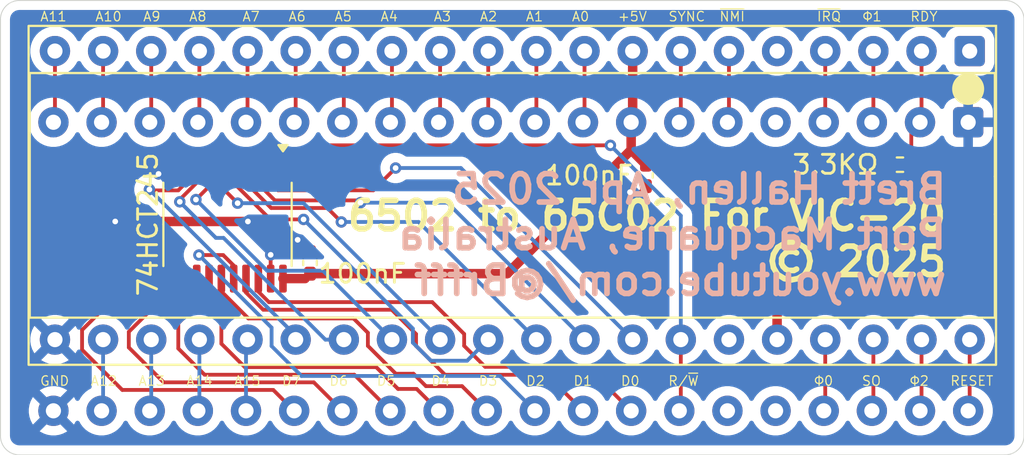
<source format=kicad_pcb>
(kicad_pcb (version 20241229) (generator "pcbnew") (generator_version "9.0")
  (title_block (title "6502-to-65C02S For VIC-20") (date "26-Apr-2025") (rev "A") (company "Brett Hallen") (comment 1 "www.youtube.com/@Brfff"))
  (layers (0 "F.Cu" signal) (2 "B.Cu" signal) (13 "F.Paste" user) (15 "B.Paste" user) (5 "F.SilkS" user "F.Silkscreen") (7 "B.SilkS" user "B.Silkscreen") (1 "F.Mask" user) (3 "B.Mask" user) (25 "Edge.Cuts" user))
  (net 0 "")
  (net 1 "+5V")
  (net 2 "GND")
  (net 3 "RDY")
  (net 4 "/A1")
  (net 5 "RESET")
  (net 6 "/A0")
  (net 7 "/A5")
  (net 8 "/A10")
  (net 9 "SYNC")
  (net 11 "~{NMI}")
  (net 12 "/PHI2")
  (net 13 "/A7")
  (net 14 "/A15")
  (net 15 "/A6")
  (net 16 "/A4")
  (net 17 "/D3")
  (net 18 "/D2")
  (net 19 "/A14")
  (net 20 "/D6")
  (net 21 "/A3")
  (net 22 "/D1")
  (net 23 "R{slash}W")
  (net 24 "/A2")
  (net 25 "/D5")
  (net 27 "/A9")
  (net 28 "/D7")
  (net 29 "/D4")
  (net 30 "SO")
  (net 31 "/D0")
  (net 32 "/A13")
  (net 33 "/A8")
  (net 34 "/A12")
  (net 35 "/PHI1")
  (net 36 "~{IRQ}")
  (net 37 "/PHI0")
  (net 38 "/A11")
  (net 41 "Net-(UE101-D0)")
  (net 42 "Net-(UE101-D7)")
  (net 43 "Net-(UE101-D6)")
  (net 44 "Net-(UE101-D5)")
  (net 45 "Net-(UE101-D2)")
  (net 47 "Net-(UE101-D4)")
  (net 48 "Net-(UE101-D3)")
  (net 49 "Net-(UE101-D1)")
  (footprint "Capacitor_SMD:C_0402_1005Metric_Pad0.74x0.62mm_HandSolder" (layer "F.Cu") (at 146 71.5675 -90)
    (property "Reference" "C1" (hide yes))
    (property "Value" "100nF" (at 0 3 180) (layer "F.SilkS"))
    (fp_line (start -0.115835 0.36) (end 0.115835 0.36) (stroke (width 0.12)) (layer "F.SilkS"))
    (fp_line (start -0.115835 -0.36) (end 0.115835 -0.36) (stroke (width 0.12)) (layer "F.SilkS"))
    (pad "1" smd roundrect (at -0.5675 0 270) (size 0.735 0.62) (layers "F.Cu" "F.Mask" "F.Paste") (net 1 "+5V"))
    (pad "2" smd roundrect (at 0.5675 0 270) (size 0.735 0.62) (layers "F.Cu" "F.Mask" "F.Paste") (net 2 "GND"))
  )
  (footprint "Capacitor_SMD:C_0402_1005Metric_Pad0.74x0.62mm_HandSolder" (layer "F.Cu") (at 128.2766 76.1887 90)
    (property "Reference" "C2" (hide yes))
    (property "Value" "100nF" (at -0.5675 2.762003 180) (layer "F.SilkS"))
    (fp_line (start -0.115835 -0.36) (end 0.115835 -0.36) (stroke (width 0.12)) (layer "F.SilkS"))
    (fp_line (start -0.115835 0.36) (end 0.115835 0.36) (stroke (width 0.12)) (layer "F.SilkS"))
    (pad "1" smd roundrect (at -0.5675 0 90) (size 0.735 0.62) (layers "F.Cu" "F.Mask" "F.Paste") (net 1 "+5V"))
    (pad "2" smd roundrect (at 0.5675 0 90) (size 0.735 0.62) (layers "F.Cu" "F.Mask" "F.Paste") (net 2 "GND"))
  )
  (footprint "Package_SO:TSSOP-20_4.4x6.5mm_P0.65mm" (layer "F.Cu") (at 123.925 74.155 -90)
    (property "Reference" "UE102" (hide yes))
    (property "Value" "74HCT245" (at 0 4.2 90) (layer "F.SilkS"))
    (fp_line (start 0 3.385) (end -2.2 3.385) (stroke (width 0.12)) (layer "F.SilkS"))
    (fp_line (start 0 3.385) (end 2.2 3.385) (stroke (width 0.12)) (layer "F.SilkS"))
    (fp_line (start 0 -3.385) (end -2.2 -3.385) (stroke (width 0.12)) (layer "F.SilkS"))
    (fp_line (start 0 -3.385) (end 2.2 -3.385) (stroke (width 0.12)) (layer "F.SilkS"))
    (fp_poly (pts (xy -3.86 -2.925) (xy -4.19 -3.165) (xy -4.19 -2.685) (xy -3.86 -2.925)) (stroke (width 0.12)) (fill yes) (layer "F.SilkS"))
    (pad "1" smd roundrect (at -2.8625 -2.925 270) (size 1.475 0.4) (layers "F.Cu" "F.Mask" "F.Paste") (net 23 "R{slash}W"))
    (pad "2" smd roundrect (at -2.8625 -2.275 270) (size 1.475 0.4) (layers "F.Cu" "F.Mask" "F.Paste") (net 41 "Net-(UE101-D0)"))
    (pad "3" smd roundrect (at -2.8625 -1.625 270) (size 1.475 0.4) (layers "F.Cu" "F.Mask" "F.Paste") (net 49 "Net-(UE101-D1)"))
    (pad "4" smd roundrect (at -2.8625 -0.975 270) (size 1.475 0.4) (layers "F.Cu" "F.Mask" "F.Paste") (net 45 "Net-(UE101-D2)"))
    (pad "5" smd roundrect (at -2.8625 -0.325 270) (size 1.475 0.4) (layers "F.Cu" "F.Mask" "F.Paste") (net 48 "Net-(UE101-D3)"))
    (pad "6" smd roundrect (at -2.8625 0.325 270) (size 1.475 0.4) (layers "F.Cu" "F.Mask" "F.Paste") (net 47 "Net-(UE101-D4)"))
    (pad "7" smd roundrect (at -2.8625 0.975 270) (size 1.475 0.4) (layers "F.Cu" "F.Mask" "F.Paste") (net 44 "Net-(UE101-D5)"))
    (pad "8" smd roundrect (at -2.8625 1.625 270) (size 1.475 0.4) (layers "F.Cu" "F.Mask" "F.Paste") (net 43 "Net-(UE101-D6)"))
    (pad "9" smd roundrect (at -2.8625 2.275 270) (size 1.475 0.4) (layers "F.Cu" "F.Mask" "F.Paste") (net 42 "Net-(UE101-D7)"))
    (pad "10" smd roundrect (at -2.8625 2.925 270) (size 1.475 0.4) (layers "F.Cu" "F.Mask" "F.Paste") (net 2 "GND"))
    (pad "11" smd roundrect (at 2.8625 2.925 270) (size 1.475 0.4) (layers "F.Cu" "F.Mask" "F.Paste") (net 28 "/D7"))
    (pad "12" smd roundrect (at 2.8625 2.275 270) (size 1.475 0.4) (layers "F.Cu" "F.Mask" "F.Paste") (net 20 "/D6"))
    (pad "13" smd roundrect (at 2.8625 1.625 270) (size 1.475 0.4) (layers "F.Cu" "F.Mask" "F.Paste") (net 25 "/D5"))
    (pad "14" smd roundrect (at 2.8625 0.975 270) (size 1.475 0.4) (layers "F.Cu" "F.Mask" "F.Paste") (net 29 "/D4"))
    (pad "15" smd roundrect (at 2.8625 0.325 270) (size 1.475 0.4) (layers "F.Cu" "F.Mask" "F.Paste") (net 17 "/D3"))
    (pad "16" smd roundrect (at 2.8625 -0.325 270) (size 1.475 0.4) (layers "F.Cu" "F.Mask" "F.Paste") (net 18 "/D2"))
    (pad "17" smd roundrect (at 2.8625 -0.975 270) (size 1.475 0.4) (layers "F.Cu" "F.Mask" "F.Paste") (net 22 "/D1"))
    (pad "18" smd roundrect (at 2.8625 -1.625 270) (size 1.475 0.4) (layers "F.Cu" "F.Mask" "F.Paste") (net 31 "/D0"))
    (pad "19" smd roundrect (at 2.8625 -2.275 270) (size 1.475 0.4) (layers "F.Cu" "F.Mask" "F.Paste") (net 2 "GND"))
    (pad "20" smd roundrect (at 2.8625 -2.925 270) (size 1.475 0.4) (layers "F.Cu" "F.Mask" "F.Paste") (net 1 "+5V"))
  )
  (footprint "Resistor_SMD:R_0402_1005Metric_Pad0.72x0.64mm_HandSolder" (layer "F.Cu") (at 159.4025 71 180)
    (property "Reference" "R1" (hide yes))
    (property "Value" "3.3KΩ" (at 3.4025 0 0) (layer "F.SilkS"))
    (fp_line (start -0.167621 0.38) (end 0.167621 0.38) (stroke (width 0.12)) (layer "F.SilkS"))
    (fp_line (start -0.167621 -0.38) (end 0.167621 -0.38) (stroke (width 0.12)) (layer "F.SilkS"))
    (pad "1" smd roundrect (at -0.5975 0 180) (size 0.715 0.64) (layers "F.Cu" "F.Mask" "F.Paste") (net 3 "RDY"))
    (pad "2" smd roundrect (at 0.5975 0 180) (size 0.715 0.64) (layers "F.Cu" "F.Mask" "F.Paste") (net 1 "+5V"))
  )
  (footprint "Package_DIP:DIP-40_W15.24mm" (layer "F.Cu") (at 163 68.76 -90)
    (property "Reference" "UE10" (hide yes))
    (property "Value" "6502 (SOCKET)" (hide yes))
    (pad "1" thru_hole roundrect (at 0 0 270) (size 1.6 1.6) (drill 0.8) (layers "*.Cu" "*.Mask") (roundrect_rratio 0.15625) (net 2 "GND"))
    (pad "2" thru_hole circle (at 0 2.54 270) (size 1.6 1.6) (drill 0.8) (layers "*.Cu" "*.Mask") (net 3 "RDY"))
    (pad "3" thru_hole circle (at 0 5.08 270) (size 1.6 1.6) (drill 0.8) (layers "*.Cu" "*.Mask") (net 35 "/PHI1"))
    (pad "4" thru_hole circle (at 0 7.62 270) (size 1.6 1.6) (drill 0.8) (layers "*.Cu" "*.Mask") (net 36 "~{IRQ}"))
    (pad "5" thru_hole circle (at 0 10.16 270) (size 1.6 1.6) (drill 0.8) (layers "*.Cu" "*.Mask"))
    (pad "6" thru_hole circle (at 0 12.7 270) (size 1.6 1.6) (drill 0.8) (layers "*.Cu" "*.Mask") (net 11 "~{NMI}"))
    (pad "7" thru_hole circle (at 0 15.24 270) (size 1.6 1.6) (drill 0.8) (layers "*.Cu" "*.Mask") (net 9 "SYNC"))
    (pad "8" thru_hole circle (at 0 17.78 270) (size 1.6 1.6) (drill 0.8) (layers "*.Cu" "*.Mask") (net 1 "+5V"))
    (pad "9" thru_hole circle (at 0 20.32 270) (size 1.6 1.6) (drill 0.8) (layers "*.Cu" "*.Mask") (net 6 "/A0"))
    (pad "10" thru_hole circle (at 0 22.86 270) (size 1.6 1.6) (drill 0.8) (layers "*.Cu" "*.Mask") (net 4 "/A1"))
    (pad "11" thru_hole circle (at 0 25.4 270) (size 1.6 1.6) (drill 0.8) (layers "*.Cu" "*.Mask") (net 24 "/A2"))
    (pad "12" thru_hole circle (at 0 27.94 270) (size 1.6 1.6) (drill 0.8) (layers "*.Cu" "*.Mask") (net 21 "/A3"))
    (pad "13" thru_hole circle (at 0 30.48 270) (size 1.6 1.6) (drill 0.8) (layers "*.Cu" "*.Mask") (net 16 "/A4"))
    (pad "14" thru_hole circle (at 0 33.02 270) (size 1.6 1.6) (drill 0.8) (layers "*.Cu" "*.Mask") (net 7 "/A5"))
    (pad "15" thru_hole circle (at 0 35.56 270) (size 1.6 1.6) (drill 0.8) (layers "*.Cu" "*.Mask") (net 15 "/A6"))
    (pad "16" thru_hole circle (at 0 38.1 270) (size 1.6 1.6) (drill 0.8) (layers "*.Cu" "*.Mask") (net 13 "/A7"))
    (pad "17" thru_hole circle (at 0 40.64 270) (size 1.6 1.6) (drill 0.8) (layers "*.Cu" "*.Mask") (net 33 "/A8"))
    (pad "18" thru_hole circle (at 0 43.18 270) (size 1.6 1.6) (drill 0.8) (layers "*.Cu" "*.Mask") (net 27 "/A9"))
    (pad "19" thru_hole circle (at 0 45.72 270) (size 1.6 1.6) (drill 0.8) (layers "*.Cu" "*.Mask") (net 8 "/A10"))
    (pad "20" thru_hole circle (at 0 48.26 270) (size 1.6 1.6) (drill 0.8) (layers "*.Cu" "*.Mask") (net 38 "/A11"))
    (pad "21" thru_hole circle (at 15.24 48.26 270) (size 1.6 1.6) (drill 0.8) (layers "*.Cu" "*.Mask") (net 2 "GND"))
    (pad "22" thru_hole circle (at 15.24 45.72 270) (size 1.6 1.6) (drill 0.8) (layers "*.Cu" "*.Mask") (net 34 "/A12"))
    (pad "23" thru_hole circle (at 15.24 43.18 270) (size 1.6 1.6) (drill 0.8) (layers "*.Cu" "*.Mask") (net 32 "/A13"))
    (pad "24" thru_hole circle (at 15.24 40.64 270) (size 1.6 1.6) (drill 0.8) (layers "*.Cu" "*.Mask") (net 19 "/A14"))
    (pad "25" thru_hole circle (at 15.24 38.1 270) (size 1.6 1.6) (drill 0.8) (layers "*.Cu" "*.Mask") (net 14 "/A15"))
    (pad "26" thru_hole circle (at 15.24 35.56 270) (size 1.6 1.6) (drill 0.8) (layers "*.Cu" "*.Mask") (net 28 "/D7"))
    (pad "27" thru_hole circle (at 15.24 33.02 270) (size 1.6 1.6) (drill 0.8) (layers "*.Cu" "*.Mask") (net 20 "/D6"))
    (pad "28" thru_hole circle (at 15.24 30.48 270) (size 1.6 1.6) (drill 0.8) (layers "*.Cu" "*.Mask") (net 25 "/D5"))
    (pad "29" thru_hole circle (at 15.24 27.94 270) (size 1.6 1.6) (drill 0.8) (layers "*.Cu" "*.Mask") (net 29 "/D4"))
    (pad "30" thru_hole circle (at 15.24 25.4 270) (size 1.6 1.6) (drill 0.8) (layers "*.Cu" "*.Mask") (net 17 "/D3"))
    (pad "31" thru_hole circle (at 15.24 22.86 270) (size 1.6 1.6) (drill 0.8) (layers "*.Cu" "*.Mask") (net 18 "/D2"))
    (pad "32" thru_hole circle (at 15.24 20.32 270) (size 1.6 1.6) (drill 0.8) (layers "*.Cu" "*.Mask") (net 22 "/D1"))
    (pad "33" thru_hole circle (at 15.24 17.78 270) (size 1.6 1.6) (drill 0.8) (layers "*.Cu" "*.Mask") (net 31 "/D0"))
    (pad "34" thru_hole circle (at 15.24 15.24 270) (size 1.6 1.6) (drill 0.8) (layers "*.Cu" "*.Mask") (net 23 "R{slash}W"))
    (pad "35" thru_hole circle (at 15.24 12.7 270) (size 1.6 1.6) (drill 0.8) (layers "*.Cu" "*.Mask"))
    (pad "36" thru_hole circle (at 15.24 10.16 270) (size 1.6 1.6) (drill 0.8) (layers "*.Cu" "*.Mask"))
    (pad "37" thru_hole circle (at 15.24 7.62 270) (size 1.6 1.6) (drill 0.8) (layers "*.Cu" "*.Mask") (net 37 "/PHI0"))
    (pad "38" thru_hole circle (at 15.24 5.08 270) (size 1.6 1.6) (drill 0.8) (layers "*.Cu" "*.Mask") (net 30 "SO"))
    (pad "39" thru_hole circle (at 15.24 2.54 270) (size 1.6 1.6) (drill 0.8) (layers "*.Cu" "*.Mask") (net 12 "/PHI2"))
    (pad "40" thru_hole circle (at 15.24 0 270) (size 1.6 1.6) (drill 0.8) (layers "*.Cu" "*.Mask") (net 5 "RESET"))
  )
  (footprint "Package_DIP:DIP-40_W15.24mm_Socket" (layer "F.Cu") (at 163.08 65 -90)
    (property "Reference" "UE101" (hide yes))
    (property "Value" "65C02S" (hide yes))
    (fp_line (start 1.16 49.59) (end 14.08 49.59) (stroke (width 0.12)) (layer "F.SilkS"))
    (fp_line (start 14.08 49.59) (end 14.08 -1.33) (stroke (width 0.12)) (layer "F.SilkS"))
    (fp_line (start 1.16 -1.33) (end 1.16 49.59) (stroke (width 0.12)) (layer "F.SilkS"))
    (fp_line (start 6.62 -1.33) (end 1.16 -1.33) (stroke (width 0.12)) (layer "F.SilkS"))
    (fp_line (start 8.62 -1.33) (end 6.62 -1.33) (stroke (width 0.12)) (layer "F.SilkS"))
    (fp_line (start 14.08 -1.33) (end 8.62 -1.33) (stroke (width 0.12)) (layer "F.SilkS"))
    (fp_rect (start -1.33 -1.39) (end 16.57 49.65) (stroke (width 0.12)) (fill no) (layer "F.SilkS"))
    (pad "1" thru_hole roundrect (at 0 0 270) (size 1.6 1.6) (drill 0.8) (layers "*.Cu" "*.Mask") (roundrect_rratio 0.15625))
    (pad "2" thru_hole circle (at 0 2.54 270) (size 1.6 1.6) (drill 0.8) (layers "*.Cu" "*.Mask") (net 3 "RDY"))
    (pad "3" thru_hole circle (at 0 5.08 270) (size 1.6 1.6) (drill 0.8) (layers "*.Cu" "*.Mask") (net 35 "/PHI1"))
    (pad "4" thru_hole circle (at 0 7.62 270) (size 1.6 1.6) (drill 0.8) (layers "*.Cu" "*.Mask") (net 36 "~{IRQ}"))
    (pad "5" thru_hole circle (at 0 10.16 270) (size 1.6 1.6) (drill 0.8) (layers "*.Cu" "*.Mask"))
    (pad "6" thru_hole circle (at 0 12.7 270) (size 1.6 1.6) (drill 0.8) (layers "*.Cu" "*.Mask") (net 11 "~{NMI}"))
    (pad "7" thru_hole circle (at 0 15.24 270) (size 1.6 1.6) (drill 0.8) (layers "*.Cu" "*.Mask") (net 9 "SYNC"))
    (pad "8" thru_hole circle (at 0 17.78 270) (size 1.6 1.6) (drill 0.8) (layers "*.Cu" "*.Mask") (net 1 "+5V"))
    (pad "9" thru_hole circle (at 0 20.32 270) (size 1.6 1.6) (drill 0.8) (layers "*.Cu" "*.Mask") (net 6 "/A0"))
    (pad "10" thru_hole circle (at 0 22.86 270) (size 1.6 1.6) (drill 0.8) (layers "*.Cu" "*.Mask") (net 4 "/A1"))
    (pad "11" thru_hole circle (at 0 25.4 270) (size 1.6 1.6) (drill 0.8) (layers "*.Cu" "*.Mask") (net 24 "/A2"))
    (pad "12" thru_hole circle (at 0 27.94 270) (size 1.6 1.6) (drill 0.8) (layers "*.Cu" "*.Mask") (net 21 "/A3"))
    (pad "13" thru_hole circle (at 0 30.48 270) (size 1.6 1.6) (drill 0.8) (layers "*.Cu" "*.Mask") (net 16 "/A4"))
    (pad "14" thru_hole circle (at 0 33.02 270) (size 1.6 1.6) (drill 0.8) (layers "*.Cu" "*.Mask") (net 7 "/A5"))
    (pad "15" thru_hole circle (at 0 35.56 270) (size 1.6 1.6) (drill 0.8) (layers "*.Cu" "*.Mask") (net 15 "/A6"))
    (pad "16" thru_hole circle (at 0 38.1 270) (size 1.6 1.6) (drill 0.8) (layers "*.Cu" "*.Mask") (net 13 "/A7"))
    (pad "17" thru_hole circle (at 0 40.64 270) (size 1.6 1.6) (drill 0.8) (layers "*.Cu" "*.Mask") (net 33 "/A8"))
    (pad "18" thru_hole circle (at 0 43.18 270) (size 1.6 1.6) (drill 0.8) (layers "*.Cu" "*.Mask") (net 27 "/A9"))
    (pad "19" thru_hole circle (at 0 45.72 270) (size 1.6 1.6) (drill 0.8) (layers "*.Cu" "*.Mask") (net 8 "/A10"))
    (pad "20" thru_hole circle (at 0 48.26 270) (size 1.6 1.6) (drill 0.8) (layers "*.Cu" "*.Mask") (net 38 "/A11"))
    (pad "21" thru_hole circle (at 15.24 48.26 270) (size 1.6 1.6) (drill 0.8) (layers "*.Cu" "*.Mask") (net 2 "GND"))
    (pad "22" thru_hole circle (at 15.24 45.72 270) (size 1.6 1.6) (drill 0.8) (layers "*.Cu" "*.Mask") (net 34 "/A12"))
    (pad "23" thru_hole circle (at 15.24 43.18 270) (size 1.6 1.6) (drill 0.8) (layers "*.Cu" "*.Mask") (net 32 "/A13"))
    (pad "24" thru_hole circle (at 15.24 40.64 270) (size 1.6 1.6) (drill 0.8) (layers "*.Cu" "*.Mask") (net 19 "/A14"))
    (pad "25" thru_hole circle (at 15.24 38.1 270) (size 1.6 1.6) (drill 0.8) (layers "*.Cu" "*.Mask") (net 14 "/A15"))
    (pad "26" thru_hole circle (at 15.24 35.56 270) (size 1.6 1.6) (drill 0.8) (layers "*.Cu" "*.Mask") (net 42 "Net-(UE101-D7)"))
    (pad "27" thru_hole circle (at 15.24 33.02 270) (size 1.6 1.6) (drill 0.8) (layers "*.Cu" "*.Mask") (net 43 "Net-(UE101-D6)"))
    (pad "28" thru_hole circle (at 15.24 30.48 270) (size 1.6 1.6) (drill 0.8) (layers "*.Cu" "*.Mask") (net 44 "Net-(UE101-D5)"))
    (pad "29" thru_hole circle (at 15.24 27.94 270) (size 1.6 1.6) (drill 0.8) (layers "*.Cu" "*.Mask") (net 47 "Net-(UE101-D4)"))
    (pad "30" thru_hole circle (at 15.24 25.4 270) (size 1.6 1.6) (drill 0.8) (layers "*.Cu" "*.Mask") (net 48 "Net-(UE101-D3)"))
    (pad "31" thru_hole circle (at 15.24 22.86 270) (size 1.6 1.6) (drill 0.8) (layers "*.Cu" "*.Mask") (net 45 "Net-(UE101-D2)"))
    (pad "32" thru_hole circle (at 15.24 20.32 270) (size 1.6 1.6) (drill 0.8) (layers "*.Cu" "*.Mask") (net 49 "Net-(UE101-D1)"))
    (pad "33" thru_hole circle (at 15.24 17.78 270) (size 1.6 1.6) (drill 0.8) (layers "*.Cu" "*.Mask") (net 41 "Net-(UE101-D0)"))
    (pad "34" thru_hole circle (at 15.24 15.24 270) (size 1.6 1.6) (drill 0.8) (layers "*.Cu" "*.Mask") (net 23 "R{slash}W"))
    (pad "35" thru_hole circle (at 15.24 12.7 270) (size 1.6 1.6) (drill 0.8) (layers "*.Cu" "*.Mask"))
    (pad "36" thru_hole circle (at 15.24 10.16 270) (size 1.6 1.6) (drill 0.8) (layers "*.Cu" "*.Mask") (net 1 "+5V"))
    (pad "37" thru_hole circle (at 15.24 7.62 270) (size 1.6 1.6) (drill 0.8) (layers "*.Cu" "*.Mask") (net 37 "/PHI0"))
    (pad "38" thru_hole circle (at 15.24 5.08 270) (size 1.6 1.6) (drill 0.8) (layers "*.Cu" "*.Mask") (net 30 "SO"))
    (pad "39" thru_hole circle (at 15.24 2.54 270) (size 1.6 1.6) (drill 0.8) (layers "*.Cu" "*.Mask") (net 12 "/PHI2"))
    (pad "40" thru_hole circle (at 15.24 0 270) (size 1.6 1.6) (drill 0.8) (layers "*.Cu" "*.Mask") (net 5 "RESET"))
  )
  (gr_circle (center 163 67) (end 163.701108 67.252254) (stroke (width 0.2)) (fill yes) (layer "F.SilkS"))
  (gr_arc (start 112.945654 86.327302) (mid 112.238547 86.034409) (end 111.945654 85.327302) (stroke (width 0.05)) (layer "Edge.Cuts"))
  (gr_line (start 165.945654 63.327302) (end 165.945654 85.327302) (stroke (width 0.05)) (layer "Edge.Cuts"))
  (gr_line (start 111.945654 85.327302) (end 111.945654 63.327302) (stroke (width 0.05)) (layer "Edge.Cuts"))
  (gr_arc (start 164.945654 62.327302) (mid 165.652761 62.620195) (end 165.945654 63.327302) (stroke (width 0.05)) (layer "Edge.Cuts"))
  (gr_arc (start 165.945654 85.327302) (mid 165.652761 86.034409) (end 164.945654 86.327302) (stroke (width 0.05)) (layer "Edge.Cuts"))
  (gr_line (start 112.945654 62.327302) (end 164.945654 62.327302) (stroke (width 0.05)) (layer "Edge.Cuts"))
  (gr_line (start 164.945654 86.327302) (end 112.945654 86.327302) (stroke (width 0.05)) (layer "Edge.Cuts"))
  (gr_arc (start 111.945654 63.327302) (mid 112.238547 62.620195) (end 112.945654 62.327302) (stroke (width 0.05)) (layer "Edge.Cuts"))
  (gr_text "GND   A12   A13   A14   A15   D7    D6    D5     D4    D3    D2    D1    D0    R/~{W}                Φ0    SO    Φ2   RESET" (at 114 82.714561 0) (layer "F.SilkS") (effects (font (size 0.5 0.5) (thickness 0.0625)) (justify left bottom)))
  (gr_text "6502 to 65C02 For VIC-20\n© 2025" (at 162 77 0) (layer "F.SilkS") (effects (font (size 1.5 1.5) (thickness 0.3) (bold yes)) (justify right bottom)))
  (gr_text "A11    A10   A9    A8     A7    A6    A5    A4     A3    A2    A1    A0    +5V   SYNC  ~{NMI}          ~{IRQ}   Φ1    RDY" (at 114.009491 63.47 0) (layer "F.SilkS") (effects (font (size 0.5 0.5) (thickness 0.0625)) (justify left bottom)))
  (gr_text "Brett Hallen, Apr 2025\nPort Macquarie, Australia\nwww.youtube.com/@Brfff" (at 162 78 0) (layer "B.SilkS") (effects (font (size 1.5 1.5) (thickness 0.3) (bold yes)) (justify left bottom mirror)))
  (segment (start 151 71) (end 158.805 71) (width 0.5) (layer "F.Cu") (net 1))
  (segment (start 126.85 77.0175) (end 128.0153 77.0175) (width 0.5) (layer "F.Cu") (net 1))
  (segment (start 152.92 72.92) (end 151 71) (width 0.5) (layer "F.Cu") (net 1))
  (segment (start 145.3 65) (end 145.3 68.68) (width 0.5) (layer "F.Cu") (net 1))
  (segment (start 145.22 70.22) (end 146 71) (width 0.5) (layer "F.Cu") (net 1))
  (segment (start 145.3 68.68) (end 145.22 68.76) (width 0.2) (layer "F.Cu") (net 1))
  (segment (start 128.0153 77.0175) (end 128.2766 76.7562) (width 0.2) (layer "F.Cu") (net 1))
  (segment (start 152.92 80.24) (end 152.92 72.92) (width 0.5) (layer "F.Cu") (net 1))
  (segment (start 145.22 68.76) (end 145.22 70.22) (width 0.5) (layer "F.Cu") (net 1))
  (segment (start 128.2766 76.7562) (end 138.6838 76.7562) (width 0.5) (layer "F.Cu") (net 1))
  (segment (start 146 71) (end 151 71) (width 0.5) (layer "F.Cu") (net 1))
  (segment (start 138.6838 76.7562) (end 145.22 70.22) (width 0.5) (layer "F.Cu") (net 1))
  (segment (start 128.2766 75.6212) (end 127.6245 74.9691) (width 0.2) (layer "F.Cu") (net 2))
  (segment (start 145.6823 72.4527) (end 146 72.135) (width 0.2) (layer "F.Cu") (net 2))
  (segment (start 145.1583 72.4527) (end 145.6823 72.4527) (width 0.2) (layer "F.Cu") (net 2))
  (segment (start 126.2 77.0175) (end 126.2 75.7616) (width 0.2) (layer "F.Cu") (net 2))
  (segment (start 125 74) (end 118 74) (width 0.5) (layer "F.Cu") (net 2))
  (segment (start 120.8037 71.4888) (end 121 71.2925) (width 0.2) (layer "F.Cu") (net 2))
  (segment (start 120.2848 71.4888) (end 120.8037 71.4888) (width 0.2) (layer "F.Cu") (net 2))
  (via (at 118 74) (size 0.6) (drill 0.3) (layers "F.Cu" "B.Cu") (net 2))
  (via (at 127.6245 74.9691) (size 0.6) (drill 0.3) (layers "F.Cu" "B.Cu") (net 2))
  (via (at 126.2 75.7616) (size 0.6) (drill 0.3) (layers "F.Cu" "B.Cu") (net 2))
  (via (at 125 74) (size 0.6) (drill 0.3) (layers "F.Cu" "B.Cu") (net 2))
  (via (at 120.2848 71.4888) (size 0.6) (drill 0.3) (layers "F.Cu" "B.Cu") (net 2))
  (via (at 145.1583 72.4527) (size 0.6) (drill 0.3) (layers "F.Cu" "B.Cu") (net 2))
  (segment (start 160 69.22) (end 160.46 68.76) (width 0.2) (layer "F.Cu") (net 3))
  (segment (start 160 71) (end 160 69.22) (width 0.2) (layer "F.Cu") (net 3))
  (segment (start 160.54 68.68) (end 160.54 65) (width 0.2) (layer "F.Cu") (net 3))
  (segment (start 160.46 68.76) (end 160.54 68.68) (width 0.2) (layer "B.Cu") (net 3))
  (segment (start 140.22 68.68) (end 140.22 65) (width 0.2) (layer "F.Cu") (net 4))
  (segment (start 140.14 68.76) (end 140.22 68.68) (width 0.2) (layer "B.Cu") (net 4))
  (segment (start 163.08 83.92) (end 163.08 80.24) (width 0.2) (layer "F.Cu") (net 5))
  (segment (start 163 84) (end 163.08 83.92) (width 0.2) (layer "B.Cu") (net 5))
  (segment (start 142.76 68.68) (end 142.76 65) (width 0.2) (layer "F.Cu") (net 6))
  (segment (start 142.68 68.76) (end 142.76 68.68) (width 0.2) (layer "B.Cu") (net 6))
  (segment (start 130.06 68.68) (end 130.06 65) (width 0.2) (layer "F.Cu") (net 7))
  (segment (start 129.98 68.76) (end 130.06 68.68) (width 0.2) (layer "B.Cu") (net 7))
  (segment (start 117.36 68.68) (end 117.36 65) (width 0.2) (layer "F.Cu") (net 8))
  (segment (start 117.28 68.76) (end 117.36 68.68) (width 0.2) (layer "B.Cu") (net 8))
  (segment (start 147.84 68.68) (end 147.84 65) (width 0.2) (layer "F.Cu") (net 9))
  (segment (start 147.76 68.76) (end 147.84 68.68) (width 0.2) (layer "B.Cu") (net 9))
  (segment (start 150.38 68.68) (end 150.38 65) (width 0.2) (layer "F.Cu") (net 11))
  (segment (start 150.3 68.76) (end 150.38 68.68) (width 0.2) (layer "B.Cu") (net 11))
  (segment (start 160.54 83.92) (end 160.54 80.24) (width 0.2) (layer "F.Cu") (net 12))
  (segment (start 160.46 84) (end 160.54 83.92) (width 0.2) (layer "B.Cu") (net 12))
  (segment (start 124.98 68.68) (end 124.98 65) (width 0.2) (layer "F.Cu") (net 13))
  (segment (start 124.9 68.76) (end 124.98 68.68) (width 0.2) (layer "B.Cu") (net 13))
  (segment (start 124.9 80.32) (end 124.98 80.24) (width 0.2) (layer "B.Cu") (net 14))
  (segment (start 124.9 84) (end 124.9 80.32) (width 0.2) (layer "B.Cu") (net 14))
  (segment (start 127.52 68.68) (end 127.52 65) (width 0.2) (layer "F.Cu") (net 15))
  (segment (start 127.44 68.76) (end 127.52 68.68) (width 0.2) (layer "B.Cu") (net 15))
  (segment (start 132.6 68.68) (end 132.6 65) (width 0.2) (layer "F.Cu") (net 16))
  (segment (start 132.52 68.76) (end 132.6 68.68) (width 0.2) (layer "B.Cu") (net 16))
  (segment (start 131.3301 80.5694) (end 131.3301 79.8783) (width 0.2) (layer "F.Cu") (net 17))
  (segment (start 136.2983 82.6983) (end 134.3937 82.6983) (width 0.2) (layer "F.Cu") (net 17))
  (segment (start 133.7374 82.042) (end 132.8027 82.042) (width 0.2) (layer "F.Cu") (net 17))
  (segment (start 123.6 77.6965) (end 123.6 77.0175) (width 0.2) (layer "F.Cu") (net 17))
  (segment (start 134.3937 82.6983) (end 133.7374 82.042) (width 0.2) (layer "F.Cu") (net 17))
  (segment (start 130.574 79.1222) (end 125.0257 79.1222) (width 0.2) (layer "F.Cu") (net 17))
  (segment (start 137.6 84) (end 136.2983 82.6983) (width 0.2) (layer "F.Cu") (net 17))
  (segment (start 131.3301 79.8783) (end 130.574 79.1222) (width 0.2) (layer "F.Cu") (net 17))
  (segment (start 125.0257 79.1222) (end 123.6 77.6965) (width 0.2) (layer "F.Cu") (net 17))
  (segment (start 132.8027 82.042) (end 131.3301 80.5694) (width 0.2) (layer "F.Cu") (net 17))
  (segment (start 123.6947 75.7737) (end 122.4156 75.7737) (width 0.2) (layer "F.Cu") (net 18))
  (segment (start 124.25 76.329) (end 123.6947 75.7737) (width 0.2) (layer "F.Cu") (net 18))
  (segment (start 124.25 77.0175) (end 124.25 76.329) (width 0.2) (layer "F.Cu") (net 18))
  (via (at 122.4156 75.7737) (size 0.6) (drill 0.3) (layers "F.Cu" "B.Cu") (net 18))
  (segment (start 126.25 79.6081) (end 126.25 80.5824) (width 0.2) (layer "B.Cu") (net 18))
  (segment (start 122.4156 75.7737) (end 126.25 79.6081) (width 0.2) (layer "B.Cu") (net 18))
  (segment (start 138.3 82.16) (end 140.14 84) (width 0.2) (layer "B.Cu") (net 18))
  (segment (start 126.25 80.5824) (end 127.8276 82.16) (width 0.2) (layer "B.Cu") (net 18))
  (segment (start 127.8276 82.16) (end 138.3 82.16) (width 0.2) (layer "B.Cu") (net 18))
  (segment (start 122.36 84) (end 122.44 83.92) (width 0.2) (layer "B.Cu") (net 19))
  (segment (start 122.44 83.92) (end 122.44 80.24) (width 0.2) (layer "B.Cu") (net 19))
  (segment (start 118.717 80.6563) (end 118.717 79.8286) (width 0.2) (layer "F.Cu") (net 20))
  (segment (start 129.98 84) (end 128.4766 82.4966) (width 0.2) (layer "F.Cu") (net 20))
  (segment (start 120.5573 82.4966) (end 118.717 80.6563) (width 0.2) (layer "F.Cu") (net 20))
  (segment (start 121.0977 78.2801) (end 121.65 77.7278) (width 0.2) (layer "F.Cu") (net 20))
  (segment (start 120.2655 78.2801) (end 121.0977 78.2801) (width 0.2) (layer "F.Cu") (net 20))
  (segment (start 118.717 79.8286) (end 120.2655 78.2801) (width 0.2) (layer "F.Cu") (net 20))
  (segment (start 128.4766 82.4966) (end 120.5573 82.4966) (width 0.2) (layer "F.Cu") (net 20))
  (segment (start 121.65 77.7278) (end 121.65 77.0175) (width 0.2) (layer "F.Cu") (net 20))
  (segment (start 135.14 68.68) (end 135.14 65) (width 0.2) (layer "F.Cu") (net 21))
  (segment (start 135.06 68.76) (end 135.14 68.68) (width 0.2) (layer "B.Cu") (net 21))
  (segment (start 133.87 79.9439) (end 132.5881 78.662) (width 0.2) (layer "F.Cu") (net 22))
  (segment (start 124.9 77.7521) (end 124.9 77.0175) (width 0.2) (layer "F.Cu") (net 22))
  (segment (start 142.68 84) (end 140.7766 82.0966) (width 0.2) (layer "F.Cu") (net 22))
  (segment (start 133.87 80.5693) (end 133.87 79.9439) (width 0.2) (layer "F.Cu") (net 22))
  (segment (start 125.8099 78.662) (end 124.9 77.7521) (width 0.2) (layer "F.Cu") (net 22))
  (segment (start 135.3973 82.0966) (end 133.87 80.5693) (width 0.2) (layer "F.Cu") (net 22))
  (segment (start 132.5881 78.662) (end 125.8099 78.662) (width 0.2) (layer "F.Cu") (net 22))
  (segment (start 140.7766 82.0966) (end 135.3973 82.0966) (width 0.2) (layer "F.Cu") (net 22))
  (segment (start 144.1258 69.9792) (end 128.1633 69.9792) (width 0.2) (layer "F.Cu") (net 23))
  (segment (start 128.1633 69.9792) (end 126.85 71.2925) (width 0.2) (layer "F.Cu") (net 23))
  (segment (start 147.84 83.92) (end 147.84 80.24) (width 0.2) (layer "F.Cu") (net 23))
  (via (at 144.1258 69.9792) (size 0.6) (drill 0.3) (layers "F.Cu" "B.Cu") (net 23))
  (segment (start 147.84 73.6934) (end 144.1258 69.9792) (width 0.2) (layer "B.Cu") (net 23))
  (segment (start 147.84 80.24) (end 147.84 73.6934) (width 0.2) (layer "B.Cu") (net 23))
  (segment (start 147.76 84) (end 147.84 83.92) (width 0.2) (layer "B.Cu") (net 23))
  (segment (start 137.68 68.68) (end 137.68 65) (width 0.2) (layer "F.Cu") (net 24))
  (segment (start 137.6 68.76) (end 137.68 68.68) (width 0.2) (layer "B.Cu") (net 24))
  (segment (start 121.3269 79.3774) (end 122.3 78.4043) (width 0.2) (layer "F.Cu") (net 25))
  (segment (start 122.7146 82.0949) (end 121.3269 80.7072) (width 0.2) (layer "F.Cu") (net 25))
  (segment (start 121.3269 80.7072) (end 121.3269 79.3774) (width 0.2) (layer "F.Cu") (net 25))
  (segment (start 132.52 84) (end 130.6149 82.0949) (width 0.2) (layer "F.Cu") (net 25))
  (segment (start 130.6149 82.0949) (end 122.7146 82.0949) (width 0.2) (layer "F.Cu") (net 25))
  (segment (start 122.3 78.4043) (end 122.3 77.0175) (width 0.2) (layer "F.Cu") (net 25))
  (segment (start 119.9 68.68) (end 119.9 65) (width 0.2) (layer "F.Cu") (net 27))
  (segment (start 119.82 68.76) (end 119.9 68.68) (width 0.2) (layer "B.Cu") (net 27))
  (segment (start 121 77.0175) (end 118.9657 77.0175) (width 0.2) (layer "F.Cu") (net 28))
  (segment (start 118.9657 77.0175) (end 116.2506 79.7326) (width 0.2) (layer "F.Cu") (net 28))
  (segment (start 126.3383 82.8983) (end 127.44 84) (width 0.2) (layer "F.Cu") (net 28))
  (segment (start 116.2506 79.7326) (end 116.2506 80.7759) (width 0.2) (layer "F.Cu") (net 28))
  (segment (start 118.373 82.8983) (end 126.3383 82.8983) (width 0.2) (layer "F.Cu") (net 28))
  (segment (start 116.2506 80.7759) (end 118.373 82.8983) (width 0.2) (layer "F.Cu") (net 28))
  (segment (start 124.8381 81.6932) (end 131.7691 81.6932) (width 0.2) (layer "F.Cu") (net 29))
  (segment (start 122.95 78.5949) (end 123.6 79.2449) (width 0.2) (layer "F.Cu") (net 29))
  (segment (start 123.6 80.4551) (end 124.8381 81.6932) (width 0.2) (layer "F.Cu") (net 29))
  (segment (start 133.9054 82.8454) (end 135.06 84) (width 0.2) (layer "F.Cu") (net 29))
  (segment (start 132.9213 82.8454) (end 133.9054 82.8454) (width 0.2) (layer "F.Cu") (net 29))
  (segment (start 131.7691 81.6932) (end 132.9213 82.8454) (width 0.2) (layer "F.Cu") (net 29))
  (segment (start 122.95 77.0175) (end 122.95 78.5949) (width 0.2) (layer "F.Cu") (net 29))
  (segment (start 123.6 79.2449) (end 123.6 80.4551) (width 0.2) (layer "F.Cu") (net 29))
  (segment (start 158 83.92) (end 158 80.24) (width 0.2) (layer "F.Cu") (net 30))
  (segment (start 157.92 84) (end 158 83.92) (width 0.2) (layer "B.Cu") (net 30))
  (segment (start 136.41 80.5694) (end 137.5189 81.6783) (width 0.2) (layer "F.Cu") (net 31))
  (segment (start 125.55 77.0175) (end 125.55 77.7048) (width 0.2) (layer "F.Cu") (net 31))
  (segment (start 126.1055 78.2603) (end 134.7263 78.2603) (width 0.2) (layer "F.Cu") (net 31))
  (segment (start 136.41 79.944) (end 136.41 80.5694) (width 0.2) (layer "F.Cu") (net 31))
  (segment (start 137.5189 81.6783) (end 142.8983 81.6783) (width 0.2) (layer "F.Cu") (net 31))
  (segment (start 134.7263 78.2603) (end 136.41 79.944) (width 0.2) (layer "F.Cu") (net 31))
  (segment (start 125.55 77.7048) (end 126.1055 78.2603) (width 0.2) (layer "F.Cu") (net 31))
  (segment (start 142.8983 81.6783) (end 145.22 84) (width 0.2) (layer "F.Cu") (net 31))
  (segment (start 119.82 84) (end 119.9 83.92) (width 0.2) (layer "B.Cu") (net 32))
  (segment (start 119.9 83.92) (end 119.9 80.24) (width 0.2) (layer "B.Cu") (net 32))
  (segment (start 122.44 68.68) (end 122.44 65) (width 0.2) (layer "F.Cu") (net 33))
  (segment (start 122.36 68.76) (end 122.44 68.68) (width 0.2) (layer "B.Cu") (net 33))
  (segment (start 117.28 84) (end 117.36 83.92) (width 0.2) (layer "B.Cu") (net 34))
  (segment (start 117.36 83.92) (end 117.36 80.24) (width 0.2) (layer "B.Cu") (net 34))
  (segment (start 158 68.68) (end 158 65) (width 0.2) (layer "F.Cu") (net 35))
  (segment (start 157.92 68.76) (end 158 68.68) (width 0.2) (layer "B.Cu") (net 35))
  (segment (start 155.46 68.68) (end 155.46 65) (width 0.2) (layer "F.Cu") (net 36))
  (segment (start 155.38 68.76) (end 155.46 68.68) (width 0.2) (layer "B.Cu") (net 36))
  (segment (start 155.46 83.92) (end 155.46 80.24) (width 0.2) (layer "F.Cu") (net 37))
  (segment (start 155.38 84) (end 155.46 83.92) (width 0.2) (layer "B.Cu") (net 37))
  (segment (start 114.82 68.68) (end 114.82 65) (width 0.2) (layer "F.Cu") (net 38))
  (segment (start 114.74 68.76) (end 114.82 68.68) (width 0.2) (layer "B.Cu") (net 38))
  (segment (start 126.2 71.9571) (end 126.5987 72.3558) (width 0.2) (layer "F.Cu") (net 41))
  (segment (start 131.6136 72.3558) (end 132.7926 71.1768) (width 0.2) (layer "F.Cu") (net 41))
  (segment (start 126.2 71.2925) (end 126.2 71.9571) (width 0.2) (layer "F.Cu") (net 41))
  (segment (start 126.5987 72.3558) (end 131.6136 72.3558) (width 0.2) (layer "F.Cu") (net 41))
  (via (at 132.7926 71.1768) (size 0.6) (drill 0.3) (layers "F.Cu" "B.Cu") (net 41))
  (segment (start 136.2368 71.1768) (end 132.7926 71.1768) (width 0.2) (layer "B.Cu") (net 41))
  (segment (start 145.3 80.24) (end 136.2368 71.1768) (width 0.2) (layer "B.Cu") (net 41))
  (segment (start 121.65 71.2925) (end 121.65 72.0328) (width 0.2) (layer "F.Cu") (net 42))
  (segment (start 119.8519 72.3591) (end 119.8038 72.311) (width 0.2) (layer "F.Cu") (net 42))
  (segment (start 121.3237 72.3591) (end 119.8519 72.3591) (width 0.2) (layer "F.Cu") (net 42))
  (segment (start 121.65 72.0328) (end 121.3237 72.3591) (width 0.2) (layer "F.Cu") (net 42))
  (via (at 119.8038 72.311) (size 0.6) (drill 0.3) (layers "F.Cu" "B.Cu") (net 42))
  (segment (start 127.52 80.0272) (end 119.8038 72.311) (width 0.2) (layer "B.Cu") (net 42))
  (segment (start 127.52 80.24) (end 127.52 80.0272) (width 0.2) (layer "B.Cu") (net 42))
  (segment (start 122.3 71.9508) (end 122.3 71.2925) (width 0.2) (layer "F.Cu") (net 43))
  (segment (start 121.4061 72.8447) (end 122.3 71.9508) (width 0.2) (layer "F.Cu") (net 43))
  (segment (start 121.4061 72.9609) (end 121.4061 72.8447) (width 0.2) (layer "F.Cu") (net 43))
  (via (at 121.4061 72.9609) (size 0.6) (drill 0.3) (layers "F.Cu" "B.Cu") (net 43))
  (segment (start 129.0868 80.24) (end 123.7141 74.8673) (width 0.2) (layer "B.Cu") (net 43))
  (segment (start 130.06 80.24) (end 129.0868 80.24) (width 0.2) (layer "B.Cu") (net 43))
  (segment (start 123.3125 74.8673) (end 121.4061 72.9609) (width 0.2) (layer "B.Cu") (net 43))
  (segment (start 123.7141 74.8673) (end 123.3125 74.8673) (width 0.2) (layer "B.Cu") (net 43))
  (segment (start 122.95 71.2925) (end 122.95 72.152) (width 0.2) (layer "F.Cu") (net 44))
  (segment (start 122.95 72.152) (end 122.2584 72.8436) (width 0.2) (layer "F.Cu") (net 44))
  (via (at 122.2584 72.8436) (size 0.6) (drill 0.3) (layers "F.Cu" "B.Cu") (net 44))
  (segment (start 132.6 80.24) (end 128.9621 76.6021) (width 0.2) (layer "B.Cu") (net 44))
  (segment (start 126.0169 76.6021) (end 122.2584 72.8436) (width 0.2) (layer "B.Cu") (net 44))
  (segment (start 128.9621 76.6021) (end 126.0169 76.6021) (width 0.2) (layer "B.Cu") (net 44))
  (segment (start 124.9 71.9613) (end 124.9 71.2925) (width 0.2) (layer "F.Cu") (net 45))
  (segment (start 129.1927 73.2891) (end 126.2278 73.2891) (width 0.2) (layer "F.Cu") (net 45))
  (segment (start 126.2278 73.2891) (end 124.9 71.9613) (width 0.2) (layer "F.Cu") (net 45))
  (segment (start 129.9298 74.0262) (end 129.1927 73.2891) (width 0.2) (layer "F.Cu") (net 45))
  (via (at 129.9298 74.0262) (size 0.6) (drill 0.3) (layers "F.Cu" "B.Cu") (net 45))
  (segment (start 140.22 80.24) (end 134.0062 74.0262) (width 0.2) (layer "B.Cu") (net 45))
  (segment (start 134.0062 74.0262) (end 129.9298 74.0262) (width 0.2) (layer "B.Cu") (net 45))
  (segment (start 123.6 71.2925) (end 123.6 72.1759) (width 0.2) (layer "F.Cu") (net 47))
  (segment (start 123.6 72.1759) (end 124.4575 73.0334) (width 0.2) (layer "F.Cu") (net 47))
  (via (at 124.4575 73.0334) (size 0.6) (drill 0.3) (layers "F.Cu" "B.Cu") (net 47))
  (segment (start 127.9334 73.0334) (end 124.4575 73.0334) (width 0.2) (layer "B.Cu") (net 47))
  (segment (start 135.14 80.24) (end 127.9334 73.0334) (width 0.2) (layer "B.Cu") (net 47))
  (segment (start 124.25 71.962) (end 126.1788 73.8908) (width 0.2) (layer "F.Cu") (net 48))
  (segment (start 124.25 71.2925) (end 124.25 71.962) (width 0.2) (layer "F.Cu") (net 48))
  (segment (start 126.1788 73.8908) (end 127.9363 73.8908) (width 0.2) (layer "F.Cu") (net 48))
  (via (at 127.9363 73.8908) (size 0.6) (drill 0.3) (layers "F.Cu" "B.Cu") (net 48))
  (segment (start 134.6556 81.355) (end 133.7017 80.4011) (width 0.2) (layer "B.Cu") (net 48))
  (segment (start 136.565 81.355) (end 134.6556 81.355) (width 0.2) (layer "B.Cu") (net 48))
  (segment (start 133.7017 79.6562) (end 127.9363 73.8908) (width 0.2) (layer "B.Cu") (net 48))
  (segment (start 133.7017 80.4011) (end 133.7017 79.6562) (width 0.2) (layer "B.Cu") (net 48))
  (segment (start 137.68 80.24) (end 136.565 81.355) (width 0.2) (layer "B.Cu") (net 48))
  (segment (start 126.4221 72.8874) (end 125.55 72.0153) (width 0.2) (layer "F.Cu") (net 49))
  (segment (start 130.8226 72.8874) (end 126.4221 72.8874) (width 0.2) (layer "F.Cu") (net 49))
  (segment (start 125.55 72.0153) (end 125.55 71.2925) (width 0.2) (layer "F.Cu") (net 49))
  (segment (start 130.9419 73.0067) (end 130.8226 72.8874) (width 0.2) (layer "F.Cu") (net 49))
  (via (at 130.9419 73.0067) (size 0.6) (drill 0.3) (layers "F.Cu" "B.Cu") (net 49))
  (segment (start 135.5267 73.0067) (end 130.9419 73.0067) (width 0.2) (layer "B.Cu") (net 49))
  (segment (start 142.76 80.24) (end 135.5267 73.0067) (width 0.2) (layer "B.Cu") (net 49))
  (zone (net 2) (net_name "GND") (layer "B.Cu") (connect_pads (clearance 0.5)) (min_thickness 0.25) (fill yes (thermal_gap 0.5) (thermal_bridge_width 0.5))
    (polygon (pts (xy 111.945654 62.327302) (xy 165.945654 62.327302) (xy 165.945654 86.327302) (xy 111.945654 86.327302)))
  )
)
</source>
